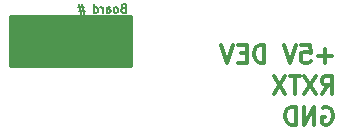
<source format=gbo>
G04 #@! TF.FileFunction,Legend,Bot*
%FSLAX46Y46*%
G04 Gerber Fmt 4.6, Leading zero omitted, Abs format (unit mm)*
G04 Created by KiCad (PCBNEW (2016-07-14 BZR 6980)-product) date Sunday, 23 April 2017 'PMt' 23:43:06*
%MOMM*%
%LPD*%
G01*
G04 APERTURE LIST*
%ADD10C,0.150000*%
%ADD11C,0.175000*%
%ADD12C,0.375000*%
%ADD13C,0.254000*%
%ADD14R,1.727200X2.032000*%
%ADD15O,1.727200X2.032000*%
%ADD16R,2.032000X1.727200*%
%ADD17O,2.032000X1.727200*%
%ADD18C,1.300000*%
%ADD19C,2.800000*%
%ADD20C,1.200000*%
G04 APERTURE END LIST*
D10*
D11*
X164233333Y-82450000D02*
X164133333Y-82483333D01*
X164100000Y-82516666D01*
X164066666Y-82583333D01*
X164066666Y-82683333D01*
X164100000Y-82750000D01*
X164133333Y-82783333D01*
X164200000Y-82816666D01*
X164466666Y-82816666D01*
X164466666Y-82116666D01*
X164233333Y-82116666D01*
X164166666Y-82150000D01*
X164133333Y-82183333D01*
X164100000Y-82250000D01*
X164100000Y-82316666D01*
X164133333Y-82383333D01*
X164166666Y-82416666D01*
X164233333Y-82450000D01*
X164466666Y-82450000D01*
X163666666Y-82816666D02*
X163733333Y-82783333D01*
X163766666Y-82750000D01*
X163800000Y-82683333D01*
X163800000Y-82483333D01*
X163766666Y-82416666D01*
X163733333Y-82383333D01*
X163666666Y-82350000D01*
X163566666Y-82350000D01*
X163500000Y-82383333D01*
X163466666Y-82416666D01*
X163433333Y-82483333D01*
X163433333Y-82683333D01*
X163466666Y-82750000D01*
X163500000Y-82783333D01*
X163566666Y-82816666D01*
X163666666Y-82816666D01*
X162833333Y-82816666D02*
X162833333Y-82450000D01*
X162866666Y-82383333D01*
X162933333Y-82350000D01*
X163066666Y-82350000D01*
X163133333Y-82383333D01*
X162833333Y-82783333D02*
X162900000Y-82816666D01*
X163066666Y-82816666D01*
X163133333Y-82783333D01*
X163166666Y-82716666D01*
X163166666Y-82650000D01*
X163133333Y-82583333D01*
X163066666Y-82550000D01*
X162900000Y-82550000D01*
X162833333Y-82516666D01*
X162500000Y-82816666D02*
X162500000Y-82350000D01*
X162500000Y-82483333D02*
X162466666Y-82416666D01*
X162433333Y-82383333D01*
X162366666Y-82350000D01*
X162300000Y-82350000D01*
X161766666Y-82816666D02*
X161766666Y-82116666D01*
X161766666Y-82783333D02*
X161833333Y-82816666D01*
X161966666Y-82816666D01*
X162033333Y-82783333D01*
X162066666Y-82750000D01*
X162100000Y-82683333D01*
X162100000Y-82483333D01*
X162066666Y-82416666D01*
X162033333Y-82383333D01*
X161966666Y-82350000D01*
X161833333Y-82350000D01*
X161766666Y-82383333D01*
X160933333Y-82350000D02*
X160433333Y-82350000D01*
X160733333Y-82050000D02*
X160933333Y-82950000D01*
X160500000Y-82650000D02*
X161000000Y-82650000D01*
X160700000Y-82950000D02*
X160500000Y-82050000D01*
D12*
X181899107Y-86482142D02*
X180756250Y-86482142D01*
X181327678Y-87053571D02*
X181327678Y-85910714D01*
X179327678Y-85553571D02*
X180041964Y-85553571D01*
X180113392Y-86267857D01*
X180041964Y-86196428D01*
X179899107Y-86125000D01*
X179541964Y-86125000D01*
X179399107Y-86196428D01*
X179327678Y-86267857D01*
X179256250Y-86410714D01*
X179256250Y-86767857D01*
X179327678Y-86910714D01*
X179399107Y-86982142D01*
X179541964Y-87053571D01*
X179899107Y-87053571D01*
X180041964Y-86982142D01*
X180113392Y-86910714D01*
X178827678Y-85553571D02*
X178327678Y-87053571D01*
X177827678Y-85553571D01*
X176184821Y-87053571D02*
X176184821Y-85553571D01*
X175827678Y-85553571D01*
X175613392Y-85625000D01*
X175470535Y-85767857D01*
X175399107Y-85910714D01*
X175327678Y-86196428D01*
X175327678Y-86410714D01*
X175399107Y-86696428D01*
X175470535Y-86839285D01*
X175613392Y-86982142D01*
X175827678Y-87053571D01*
X176184821Y-87053571D01*
X174684821Y-86267857D02*
X174184821Y-86267857D01*
X173970535Y-87053571D02*
X174684821Y-87053571D01*
X174684821Y-85553571D01*
X173970535Y-85553571D01*
X173541964Y-85553571D02*
X173041964Y-87053571D01*
X172541964Y-85553571D01*
X181041964Y-89678571D02*
X181541964Y-88964285D01*
X181899107Y-89678571D02*
X181899107Y-88178571D01*
X181327678Y-88178571D01*
X181184821Y-88250000D01*
X181113392Y-88321428D01*
X181041964Y-88464285D01*
X181041964Y-88678571D01*
X181113392Y-88821428D01*
X181184821Y-88892857D01*
X181327678Y-88964285D01*
X181899107Y-88964285D01*
X180541964Y-88178571D02*
X179541964Y-89678571D01*
X179541964Y-88178571D02*
X180541964Y-89678571D01*
X179184821Y-88178571D02*
X178327678Y-88178571D01*
X178756250Y-89678571D02*
X178756250Y-88178571D01*
X177970535Y-88178571D02*
X176970535Y-89678571D01*
X176970535Y-88178571D02*
X177970535Y-89678571D01*
X181113392Y-90875000D02*
X181256250Y-90803571D01*
X181470535Y-90803571D01*
X181684821Y-90875000D01*
X181827678Y-91017857D01*
X181899107Y-91160714D01*
X181970535Y-91446428D01*
X181970535Y-91660714D01*
X181899107Y-91946428D01*
X181827678Y-92089285D01*
X181684821Y-92232142D01*
X181470535Y-92303571D01*
X181327678Y-92303571D01*
X181113392Y-92232142D01*
X181041964Y-92160714D01*
X181041964Y-91660714D01*
X181327678Y-91660714D01*
X180399107Y-92303571D02*
X180399107Y-90803571D01*
X179541964Y-92303571D01*
X179541964Y-90803571D01*
X178827678Y-92303571D02*
X178827678Y-90803571D01*
X178470535Y-90803571D01*
X178256250Y-90875000D01*
X178113392Y-91017857D01*
X178041964Y-91160714D01*
X177970535Y-91446428D01*
X177970535Y-91660714D01*
X178041964Y-91946428D01*
X178113392Y-92089285D01*
X178256250Y-92232142D01*
X178470535Y-92303571D01*
X178827678Y-92303571D01*
D13*
G36*
X164873000Y-87373000D02*
X154627000Y-87373000D01*
X154627000Y-83127000D01*
X164873000Y-83127000D01*
X164873000Y-87373000D01*
X164873000Y-87373000D01*
G37*
X164873000Y-87373000D02*
X154627000Y-87373000D01*
X154627000Y-83127000D01*
X164873000Y-83127000D01*
X164873000Y-87373000D01*
%LPC*%
D14*
X175640000Y-81600000D03*
D15*
X173100000Y-81600000D03*
X170560000Y-81600000D03*
D16*
X184000000Y-86460000D03*
D17*
X184000000Y-89000000D03*
X184000000Y-91540000D03*
D18*
X152900000Y-88350000D03*
X152900000Y-90350000D03*
X152900000Y-92850000D03*
X152900000Y-85850000D03*
D19*
X150800000Y-83500000D03*
X150800000Y-95200000D03*
D20*
X150800000Y-87100000D03*
X150800000Y-91600000D03*
M02*

</source>
